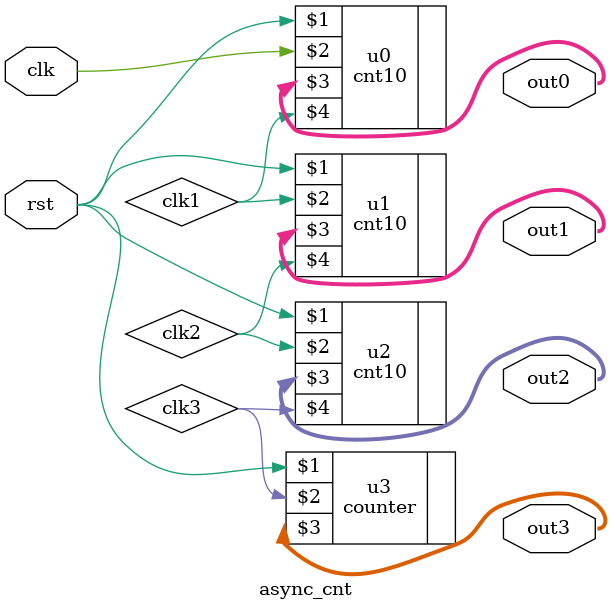
<source format=v>

module async_cnt (
    rst, clk, out0, out1,out2,out3
);

input rst, clk;
output [3:0] out0, out1, out2, out3;

wire clk1, clk2, clk3;

cnt10 u0(rst, clk, out0, clk1);
cnt10 u1(rst, clk1, out1, clk2);
cnt10 u2(rst, clk2, out2, clk3);
counter u3(rst, clk3, out3);

endmodule
</source>
